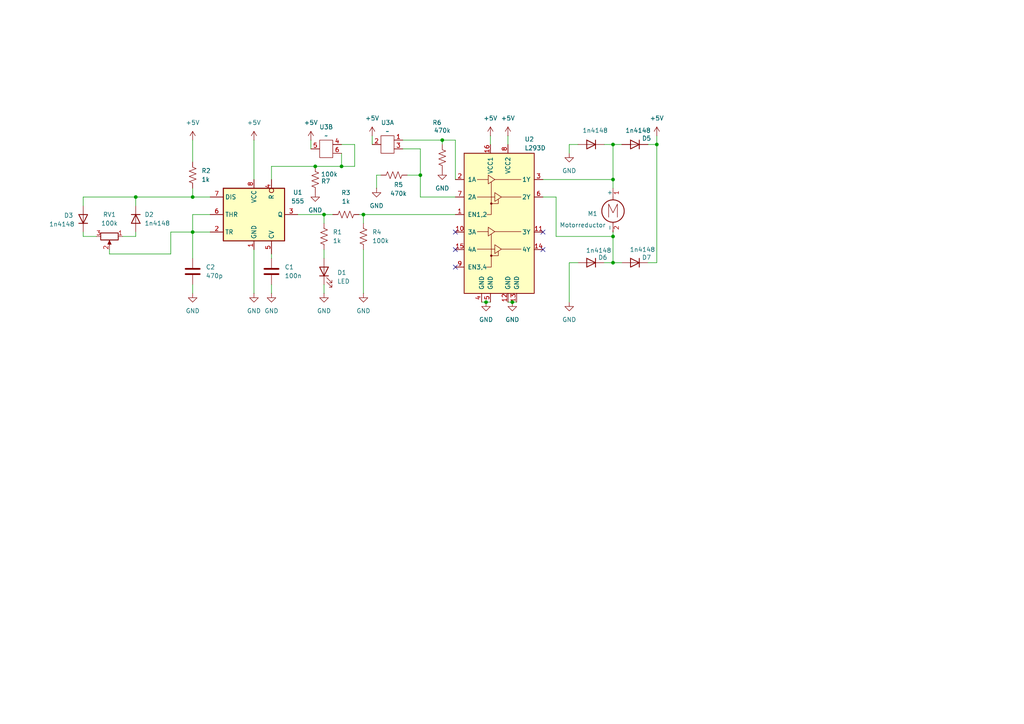
<source format=kicad_sch>
(kicad_sch (version 20250114) (generator "eeschema") (generator_version "9.0")
  (paper "A4")
  (lib_symbols
    (symbol "555_ordenado:555_wellOriented"
      (property "Reference" "U" (at 0 1.27 0))
      (property "Value" "555" (at 0 -0.762 0))
      (symbol "555_wellOriented_0_0"
        (pin power_in line (at 0 10.16 270) (length 2.54) (name "VCC") (number "8"))
        (pin power_in line (at 0 -10.16 90) (length 2.54) (name "GND") (number "1"))
      )
      (symbol "555_wellOriented_0_1"
        (rectangle (start -8.89 -7.62) (end 8.89 7.62) (stroke (width 0.254)) (fill (type background)))
        (rectangle (start -8.89 -7.62) (end 8.89 7.62) (stroke (width 0.254)) (fill (type background)))
      )
      (symbol "555_wellOriented_1_1"
        (pin input line (at -12.7 5.08 0) (length 3.81) (name "DIS") (number "7"))
        (pin input line (at -12.7 0 0) (length 3.81) (name "THR") (number "6"))
        (pin input line (at -12.7 -5.08 0) (length 3.81) (name "TR") (number "2"))
        (pin input inverted (at 5.08 10.16 270) (length 3.81) (name "R") (number "4"))
        (pin input line (at 5.08 -11.43 90) (length 3.81) (name "CV") (number "5"))
        (pin output line (at 12.7 0 180) (length 3.81) (name "Q") (number "3"))
      )
    )
    (symbol "6pdt-library:SW-onoffon-6p"
      (property "Reference" "U" (at 0 0 0))
      (symbol "SW-onoffon-6p_0_1"
        (rectangle (start -1.27 1.27) (end 2.54 -3.81))
      )
      (symbol "SW-onoffon-6p_1_1"
        (pin input line (at -3.81 -1.27 0) (length 2.54) (name "") (number "2"))
        (pin input line (at 5.08 0 180) (length 2.54) (name "") (number "1"))
        (pin input line (at 5.08 -2.54 180) (length 2.54) (name "") (number "3"))
      )
      (symbol "SW-onoffon-6p_2_1"
        (pin input line (at -3.81 -1.27 0) (length 2.54) (name "") (number "5"))
        (pin input line (at 5.08 0 180) (length 2.54) (name "") (number "4"))
        (pin input line (at 5.08 -2.54 180) (length 2.54) (name "") (number "6"))
      )
    )
    (symbol "Device:C" (pin_numbers (hide yes)) (pin_names (offset 0.254))
      (property "Reference" "C" (at 0.635 2.54 0))
      (property "Value" "C" (at 0.635 -2.54 0))
      (symbol "C_0_1"
        (polyline (pts (xy -2.032 0.762) (xy 2.032 0.762)) (stroke (width 0.508)))
        (polyline (pts (xy -2.032 -0.762) (xy 2.032 -0.762)) (stroke (width 0.508)))
      )
      (symbol "C_1_1"
        (pin passive line (at 0 3.81 270) (length 2.794) (name "~") (number "1"))
        (pin passive line (at 0 -3.81 90) (length 2.794) (name "~") (number "2"))
      )
    )
    (symbol "Device:LED" (pin_numbers (hide yes)) (pin_names (offset 1.016) (hide yes))
      (property "Reference" "D" (at 0 2.54 0))
      (property "Value" "LED" (at 0 -2.54 0))
      (symbol "LED_0_1"
        (polyline (pts (xy -3.048 -0.762) (xy -4.572 -2.286) (xy -3.81 -2.286) (xy -4.572 -2.286) (xy -4.572 -1.524)))
        (polyline (pts (xy -1.778 -0.762) (xy -3.302 -2.286) (xy -2.54 -2.286) (xy -3.302 -2.286) (xy -3.302 -1.524)))
        (polyline (pts (xy -1.27 0) (xy 1.27 0)))
        (polyline (pts (xy -1.27 -1.27) (xy -1.27 1.27)) (stroke (width 0.254)))
        (polyline (pts (xy 1.27 -1.27) (xy 1.27 1.27) (xy -1.27 0) (xy 1.27 -1.27)) (stroke (width 0.254)))
      )
      (symbol "LED_1_1"
        (pin passive line (at -3.81 0 0) (length 2.54) (name "K") (number "1"))
        (pin passive line (at 3.81 0 180) (length 2.54) (name "A") (number "2"))
      )
    )
    (symbol "Device:R_Potentiometer" (pin_names (offset 1.016) (hide yes))
      (property "Reference" "RV" (at -4.445 0 90))
      (property "Value" "R_Potentiometer" (at -2.54 0 90))
      (symbol "R_Potentiometer_0_1"
        (rectangle (start 1.016 2.54) (end -1.016 -2.54) (stroke (width 0.254)))
        (polyline (pts (xy 1.143 0) (xy 2.286 0.508) (xy 2.286 -0.508) (xy 1.143 0)) (fill (type outline)))
        (polyline (pts (xy 2.54 0) (xy 1.524 0)))
      )
      (symbol "R_Potentiometer_1_1"
        (pin passive line (at 0 3.81 270) (length 1.27) (name "1") (number "1"))
        (pin passive line (at 0 -3.81 90) (length 1.27) (name "3") (number "3"))
        (pin passive line (at 3.81 0 180) (length 1.27) (name "2") (number "2"))
      )
    )
    (symbol "Device:R_US" (pin_numbers (hide yes)) (pin_names (offset 0))
      (property "Reference" "R" (at 2.54 0 90))
      (property "Value" "R_US" (at -2.54 0 90))
      (symbol "R_US_0_1"
        (polyline (pts (xy 0 2.286) (xy 0 2.54)))
        (polyline (pts (xy 0 2.286) (xy 1.016 1.905) (xy 0 1.524) (xy -1.016 1.143) (xy 0 0.762)))
        (polyline (pts (xy 0 0.762) (xy 1.016 0.381) (xy 0 0) (xy -1.016 -0.381) (xy 0 -0.762)))
        (polyline (pts (xy 0 -0.762) (xy 1.016 -1.143) (xy 0 -1.524) (xy -1.016 -1.905) (xy 0 -2.286)))
        (polyline (pts (xy 0 -2.286) (xy 0 -2.54)))
      )
      (symbol "R_US_1_1"
        (pin passive line (at 0 3.81 270) (length 1.27) (name "~") (number "1"))
        (pin passive line (at 0 -3.81 90) (length 1.27) (name "~") (number "2"))
      )
    )
    (symbol "Diode:1N4148WT" (pin_numbers (hide yes)) (pin_names (hide yes))
      (property "Reference" "D" (at 0 2.54 0))
      (property "Value" "1N4148WT" (at 0 -2.54 0))
      (symbol "1N4148WT_0_1"
        (polyline (pts (xy -1.27 1.27) (xy -1.27 -1.27)) (stroke (width 0.254)))
        (polyline (pts (xy 1.27 1.27) (xy 1.27 -1.27) (xy -1.27 0) (xy 1.27 1.27)) (stroke (width 0.254)))
        (polyline (pts (xy 1.27 0) (xy -1.27 0)))
      )
      (symbol "1N4148WT_1_1"
        (pin passive line (at -3.81 0 0) (length 2.54) (name "K") (number "1"))
        (pin passive line (at 3.81 0 180) (length 2.54) (name "A") (number "2"))
      )
    )
    (symbol "Driver_Motor:L293D" (pin_names (offset 1.016))
      (property "Reference" "U" (at -5.08 26.035 0))
      (property "Value" "L293D" (at -5.08 24.13 0))
      (symbol "L293D_0_1"
        (rectangle (start -10.16 22.86) (end 10.16 -17.78) (stroke (width 0.254)) (fill (type background)))
        (polyline (pts (xy -6.35 15.24) (xy -3.175 15.24)))
        (polyline (pts (xy -6.35 10.16) (xy -1.27 10.16)))
        (polyline (pts (xy -6.35 0.127) (xy -3.175 0.127)))
        (polyline (pts (xy -6.35 -4.953) (xy -1.27 -4.953)))
        (polyline (pts (xy -3.175 16.51) (xy -3.175 13.97) (xy -1.27 15.24) (xy -3.175 16.51)))
        (polyline (pts (xy -3.175 1.397) (xy -3.175 -1.143) (xy -1.27 0.127) (xy -3.175 1.397)))
        (polyline (pts (xy -2.286 14.478) (xy -2.286 5.08) (xy -3.556 5.08)))
        (circle (center -2.286 8.255) (radius 0.254) (fill (type outline)))
        (polyline (pts (xy -2.286 8.255) (xy -0.254 8.255) (xy -0.254 9.525)))
        (polyline (pts (xy -2.286 -0.635) (xy -2.286 -10.16) (xy -3.556 -10.16)))
        (circle (center -2.286 -6.858) (radius 0.254) (fill (type outline)))
        (polyline (pts (xy -2.286 -6.858) (xy -0.254 -6.858) (xy -0.254 -5.588)))
        (polyline (pts (xy -1.27 15.24) (xy 6.35 15.24)))
        (polyline (pts (xy -1.27 11.43) (xy -1.27 8.89) (xy 0.635 10.16) (xy -1.27 11.43)))
        (polyline (pts (xy -1.27 0.127) (xy 6.35 0.127)))
        (polyline (pts (xy -1.27 -3.683) (xy -1.27 -6.223) (xy 0.635 -4.953) (xy -1.27 -3.683)))
        (polyline (pts (xy 0.635 10.16) (xy 6.35 10.16)))
        (polyline (pts (xy 0.635 -4.953) (xy 6.35 -4.953)))
      )
      (symbol "L293D_1_1"
        (pin input line (at -12.7 15.24 0) (length 2.54) (name "1A") (number "2"))
        (pin input line (at -12.7 10.16 0) (length 2.54) (name "2A") (number "7"))
        (pin input line (at -12.7 5.08 0) (length 2.54) (name "EN1,2") (number "1"))
        (pin input line (at -12.7 0 0) (length 2.54) (name "3A") (number "10"))
        (pin input line (at -12.7 -5.08 0) (length 2.54) (name "4A") (number "15"))
        (pin input line (at -12.7 -10.16 0) (length 2.54) (name "EN3,4") (number "9"))
        (pin power_in line (at -5.08 -20.32 90) (length 2.54) (name "GND") (number "4"))
        (pin power_in line (at -2.54 25.4 270) (length 2.54) (name "VCC1") (number "16"))
        (pin power_in line (at -2.54 -20.32 90) (length 2.54) (name "GND") (number "5"))
        (pin power_in line (at 2.54 25.4 270) (length 2.54) (name "VCC2") (number "8"))
        (pin power_in line (at 2.54 -20.32 90) (length 2.54) (name "GND") (number "12"))
        (pin power_in line (at 5.08 -20.32 90) (length 2.54) (name "GND") (number "13"))
        (pin output line (at 12.7 15.24 180) (length 2.54) (name "1Y") (number "3"))
        (pin output line (at 12.7 10.16 180) (length 2.54) (name "2Y") (number "6"))
        (pin output line (at 12.7 0 180) (length 2.54) (name "3Y") (number "11"))
        (pin output line (at 12.7 -5.08 180) (length 2.54) (name "4Y") (number "14"))
      )
    )
    (symbol "Motor:Motor_DC" (pin_names (offset 0))
      (property "Reference" "M" (at 2.54 2.54 0))
      (property "Value" "Motor_DC" (at 2.54 -5.08 0))
      (symbol "Motor_DC_0_0"
        (polyline (pts (xy -1.27 -3.302) (xy -1.27 0.508) (xy 0 -2.032) (xy 1.27 0.508) (xy 1.27 -3.302)))
      )
      (symbol "Motor_DC_0_1"
        (polyline (pts (xy 0 2.032) (xy 0 2.54)))
        (polyline (pts (xy 0 1.7272) (xy 0 2.0828)))
        (circle (center 0 -1.524) (radius 3.2512) (stroke (width 0.254)))
        (polyline (pts (xy 0 -4.7752) (xy 0 -5.1816)))
        (polyline (pts (xy 0 -7.62) (xy 0 -7.112)))
      )
      (symbol "Motor_DC_1_1"
        (pin passive line (at 0 5.08 270) (length 2.54) (name "+") (number "1"))
        (pin passive line (at 0 -7.62 90) (length 2.54) (name "-") (number "2"))
      )
    )
    (symbol "power:+5V" (power) (pin_numbers (hide yes)) (pin_names (offset 0) (hide yes))
      (property "Value" "+5V" (at 0 3.556 0))
      (symbol "+5V_0_1"
        (polyline (pts (xy -0.762 1.27) (xy 0 2.54)))
        (polyline (pts (xy 0 2.54) (xy 0.762 1.27)))
        (polyline (pts (xy 0 0) (xy 0 2.54)))
      )
      (symbol "+5V_1_1"
        (pin power_in line (at 0 0 90) (length 0) (name "~") (number "1"))
      )
    )
    (symbol "power:GND" (power) (pin_numbers (hide yes)) (pin_names (offset 0) (hide yes))
      (property "Value" "GND" (at 0 -3.81 0))
      (symbol "GND_0_1"
        (polyline (pts (xy 0 0) (xy 0 -1.27) (xy 1.27 -1.27) (xy 0 -2.54) (xy -1.27 -1.27) (xy 0 -1.27)))
      )
      (symbol "GND_1_1"
        (pin power_in line (at 0 0 270) (length 0) (name "~") (number "1"))
      )
    )
  )
  (junction (at 105.41 62.23))
  (junction (at 148.59 87.63))
  (junction (at 177.8 76.2))
  (junction (at 128.27 40.64))
  (junction (at 55.88 57.15))
  (junction (at 177.8 68.58))
  (junction (at 93.98 62.23))
  (junction (at 177.8 52.07))
  (junction (at 39.37 57.15))
  (junction (at 99.06 48.26))
  (junction (at 55.88 67.31))
  (junction (at 190.5 41.91))
  (junction (at 91.44 48.26))
  (junction (at 121.92 50.8))
  (junction (at 140.97 87.63))
  (junction (at 177.8 41.91))
  (no_connect (at 157.48 72.39))
  (no_connect (at 157.48 67.31))
  (no_connect (at 132.08 67.31))
  (no_connect (at 132.08 72.39))
  (no_connect (at 132.08 77.47))
  (wire (pts (xy 102.87 41.91) (xy 102.87 48.26)))
  (wire (pts (xy 60.96 62.23) (xy 55.88 62.23)))
  (wire (pts (xy 107.95 39.37) (xy 107.95 41.91)))
  (wire (pts (xy 78.74 82.55) (xy 78.74 85.09)))
  (wire (pts (xy 31.75 73.66) (xy 31.75 72.39)))
  (wire (pts (xy 39.37 68.58) (xy 35.56 68.58)))
  (wire (pts (xy 105.41 64.77) (xy 105.41 62.23)))
  (wire (pts (xy 24.13 68.58) (xy 24.13 67.31)))
  (wire (pts (xy 147.32 87.63) (xy 148.59 87.63)))
  (wire (pts (xy 109.22 54.61) (xy 109.22 50.8)))
  (wire (pts (xy 86.36 62.23) (xy 93.98 62.23)))
  (wire (pts (xy 73.66 72.39) (xy 73.66 85.09)))
  (wire (pts (xy 24.13 57.15) (xy 24.13 59.69)))
  (wire (pts (xy 102.87 48.26) (xy 99.06 48.26)))
  (wire (pts (xy 161.29 57.15) (xy 161.29 68.58)))
  (wire (pts (xy 39.37 57.15) (xy 39.37 59.69)))
  (wire (pts (xy 157.48 52.07) (xy 177.8 52.07)))
  (wire (pts (xy 39.37 67.31) (xy 39.37 68.58)))
  (wire (pts (xy 180.34 76.2) (xy 177.8 76.2)))
  (wire (pts (xy 128.27 40.64) (xy 116.84 40.64)))
  (wire (pts (xy 60.96 57.15) (xy 55.88 57.15)))
  (wire (pts (xy 99.06 48.26) (xy 91.44 48.26)))
  (wire (pts (xy 99.06 41.91) (xy 102.87 41.91)))
  (wire (pts (xy 93.98 82.55) (xy 93.98 85.09)))
  (wire (pts (xy 93.98 64.77) (xy 93.98 62.23)))
  (wire (pts (xy 128.27 40.64) (xy 128.27 41.91)))
  (wire (pts (xy 187.96 41.91) (xy 190.5 41.91)))
  (wire (pts (xy 142.24 39.37) (xy 142.24 41.91)))
  (wire (pts (xy 55.88 54.61) (xy 55.88 57.15)))
  (wire (pts (xy 55.88 67.31) (xy 49.53 67.31)))
  (wire (pts (xy 177.8 52.07) (xy 177.8 54.61)))
  (wire (pts (xy 78.74 74.93) (xy 78.74 73.66)))
  (wire (pts (xy 49.53 73.66) (xy 31.75 73.66)))
  (wire (pts (xy 165.1 41.91) (xy 165.1 44.45)))
  (wire (pts (xy 177.8 41.91) (xy 177.8 52.07)))
  (wire (pts (xy 175.26 41.91) (xy 177.8 41.91)))
  (wire (pts (xy 177.8 41.91) (xy 180.34 41.91)))
  (wire (pts (xy 93.98 62.23) (xy 96.52 62.23)))
  (wire (pts (xy 190.5 41.91) (xy 190.5 76.2)))
  (wire (pts (xy 78.74 52.07) (xy 78.74 48.26)))
  (wire (pts (xy 165.1 76.2) (xy 167.64 76.2)))
  (wire (pts (xy 175.26 76.2) (xy 177.8 76.2)))
  (wire (pts (xy 187.96 76.2) (xy 190.5 76.2)))
  (wire (pts (xy 39.37 57.15) (xy 55.88 57.15)))
  (wire (pts (xy 190.5 39.37) (xy 190.5 41.91)))
  (wire (pts (xy 121.92 43.18) (xy 116.84 43.18)))
  (wire (pts (xy 118.11 50.8) (xy 121.92 50.8)))
  (wire (pts (xy 140.97 87.63) (xy 142.24 87.63)))
  (wire (pts (xy 55.88 40.64) (xy 55.88 46.99)))
  (wire (pts (xy 132.08 52.07) (xy 132.08 40.64)))
  (wire (pts (xy 109.22 50.8) (xy 110.49 50.8)))
  (wire (pts (xy 90.17 40.64) (xy 90.17 43.18)))
  (wire (pts (xy 121.92 43.18) (xy 121.92 50.8)))
  (wire (pts (xy 49.53 67.31) (xy 49.53 73.66)))
  (wire (pts (xy 177.8 68.58) (xy 177.8 76.2)))
  (wire (pts (xy 140.97 87.63) (xy 139.7 87.63)))
  (wire (pts (xy 73.66 40.64) (xy 73.66 52.07)))
  (wire (pts (xy 121.92 57.15) (xy 132.08 57.15)))
  (wire (pts (xy 55.88 74.93) (xy 55.88 67.31)))
  (wire (pts (xy 55.88 67.31) (xy 60.96 67.31)))
  (wire (pts (xy 177.8 67.31) (xy 177.8 68.58)))
  (wire (pts (xy 148.59 87.63) (xy 149.86 87.63)))
  (wire (pts (xy 104.14 62.23) (xy 105.41 62.23)))
  (wire (pts (xy 105.41 62.23) (xy 132.08 62.23)))
  (wire (pts (xy 167.64 41.91) (xy 165.1 41.91)))
  (wire (pts (xy 27.94 68.58) (xy 24.13 68.58)))
  (wire (pts (xy 91.44 48.26) (xy 78.74 48.26)))
  (wire (pts (xy 165.1 87.63) (xy 165.1 76.2)))
  (wire (pts (xy 99.06 44.45) (xy 99.06 48.26)))
  (wire (pts (xy 121.92 50.8) (xy 121.92 57.15)))
  (wire (pts (xy 132.08 40.64) (xy 128.27 40.64)))
  (wire (pts (xy 157.48 57.15) (xy 161.29 57.15)))
  (wire (pts (xy 93.98 74.93) (xy 93.98 72.39)))
  (wire (pts (xy 105.41 72.39) (xy 105.41 85.09)))
  (wire (pts (xy 161.29 68.58) (xy 177.8 68.58)))
  (wire (pts (xy 55.88 82.55) (xy 55.88 85.09)))
  (wire (pts (xy 55.88 62.23) (xy 55.88 67.31)))
  (wire (pts (xy 24.13 57.15) (xy 39.37 57.15)))
  (wire (pts (xy 147.32 39.37) (xy 147.32 41.91)))
  (symbol (lib_id "power:+5V") (at 73.66 40.64 0) (unit 1)
    (property "Reference" "#PWR05" (effects (hide yes)))
    (property "Value" "+5V" (at 73.66 35.56 0))
    (property "Description" "Power symbol creates a global label with name \"+5V\"" (effects (hide yes)))
  )
  (symbol (lib_id "Device:R_US") (at 93.98 68.58 0) (unit 1)
    (property "Reference" "R1" (at 96.52 67.3099 0) (effects (justify left)))
    (property "Value" "1k" (at 96.52 69.8499 0) (effects (justify left)))
    (property "Description" "Resistor, US symbol" (effects (hide yes)))
  )
  (symbol (lib_id "power:+5V") (at 90.17 40.64 0) (unit 1)
    (property "Reference" "#PWR016" (effects (hide yes)))
    (property "Value" "+5V" (at 90.17 35.56 0))
    (property "Description" "Power symbol creates a global label with name \"+5V\"" (effects (hide yes)))
  )
  (symbol (lib_id "power:+5V") (at 107.95 39.37 0) (unit 1)
    (property "Reference" "#PWR014" (effects (hide yes)))
    (property "Value" "+5V" (at 107.95 34.29 0))
    (property "Description" "Power symbol creates a global label with name \"+5V\"" (effects (hide yes)))
  )
  (symbol (lib_id "Diode:1N4148WT") (at 184.15 76.2 0) (mirror y) (unit 1)
    (property "Reference" "D7" (at 186.182 74.676 0) (effects (justify right)))
    (property "Value" "1n4148" (at 182.626 72.39 0) (effects (justify right)))
    (property "Footprint" "Diode_SMD:D_SOD-523" (effects (hide yes)))
    (property "Datasheet" "https://www.diodes.com/assets/Datasheets/ds30396.pdf" (effects (hide yes)))
    (property "Description" "75V 0.15A Fast switching Diode, SOD-523" (effects (hide yes)))
    (property "Sim.Device" "D" (effects (hide yes)))
    (property "Sim.Pins" "1=K 2=A" (effects (hide yes)))
  )
  (symbol (lib_id "power:GND") (at 78.74 85.09 0) (unit 1)
    (property "Reference" "#PWR04" (effects (hide yes)))
    (property "Value" "GND" (at 78.74 90.17 0))
    (property "Description" "Power symbol creates a global label with name \"GND\" , ground" (effects (hide yes)))
  )
  (symbol (lib_id "Device:C") (at 55.88 78.74 0) (unit 1)
    (property "Reference" "C2" (at 59.69 77.4699 0) (effects (justify left)))
    (property "Value" "470p" (at 59.69 80.0099 0) (effects (justify left)))
    (property "Description" "Unpolarized capacitor" (effects (hide yes)))
  )
  (symbol (lib_id "Driver_Motor:L293D") (at 144.78 67.31 0) (unit 1)
    (property "Reference" "U2" (at 152.146 40.386 0) (effects (justify left)))
    (property "Value" "L293D" (at 152.146 42.926 0) (effects (justify left)))
    (property "Footprint" "Package_DIP:DIP-16_W7.62mm" (effects (hide yes)))
    (property "Datasheet" "http://www.ti.com/lit/ds/symlink/l293.pdf" (effects (hide yes)))
    (property "Description" "Quadruple Half-H Drivers" (effects (hide yes)))
  )
  (symbol (lib_id "power:GND") (at 165.1 87.63 0) (unit 1)
    (property "Reference" "#PWR010" (effects (hide yes)))
    (property "Value" "GND" (at 165.1 92.71 0))
    (property "Description" "Power symbol creates a global label with name \"GND\" , ground" (effects (hide yes)))
  )
  (symbol (lib_id "6pdt-library:SW-onoffon-6p") (at 111.76 40.64 0) (unit 1)
    (property "Reference" "U3" (at 112.395 35.56 0))
    (property "Value" "~" (at 112.395 38.1 0))
  )
  (symbol (lib_id "Device:LED") (at 93.98 78.74 90) (unit 1)
    (property "Reference" "D1" (at 97.79 79.0574 90) (effects (justify right)))
    (property "Value" "LED" (at 97.79 81.5974 90) (effects (justify right)))
    (property "Description" "Light emitting diode" (effects (hide yes)))
    (property "Sim.Pins" "1=K 2=A" (effects (hide yes)))
  )
  (symbol (lib_id "power:GND") (at 93.98 85.09 0) (unit 1)
    (property "Reference" "#PWR01" (effects (hide yes)))
    (property "Value" "GND" (at 93.98 90.17 0))
    (property "Description" "Power symbol creates a global label with name \"GND\" , ground" (effects (hide yes)))
  )
  (symbol (lib_id "power:GND") (at 165.1 44.45 0) (unit 1)
    (property "Reference" "#PWR017" (effects (hide yes)))
    (property "Value" "GND" (at 165.1 49.53 0))
    (property "Description" "Power symbol creates a global label with name \"GND\" , ground" (effects (hide yes)))
  )
  (symbol (lib_id "Device:C") (at 78.74 78.74 0) (unit 1)
    (property "Reference" "C1" (at 82.55 77.4699 0) (effects (justify left)))
    (property "Value" "100n" (at 82.55 80.0099 0) (effects (justify left)))
    (property "Description" "Unpolarized capacitor" (effects (hide yes)))
  )
  (symbol (lib_id "Diode:1N4148WT") (at 171.45 76.2 0) (mirror y) (unit 1)
    (property "Reference" "D6" (at 173.482 74.676 0) (effects (justify right)))
    (property "Value" "1n4148" (at 169.926 72.644 0) (effects (justify right)))
    (property "Footprint" "Diode_SMD:D_SOD-523" (effects (hide yes)))
    (property "Datasheet" "https://www.diodes.com/assets/Datasheets/ds30396.pdf" (effects (hide yes)))
    (property "Description" "75V 0.15A Fast switching Diode, SOD-523" (effects (hide yes)))
    (property "Sim.Device" "D" (effects (hide yes)))
    (property "Sim.Pins" "1=K 2=A" (effects (hide yes)))
  )
  (symbol (lib_id "Device:R_US") (at 105.41 68.58 0) (unit 1)
    (property "Reference" "R4" (at 107.95 67.3099 0) (effects (justify left)))
    (property "Value" "100k" (at 107.95 69.8499 0) (effects (justify left)))
    (property "Description" "Resistor, US symbol" (effects (hide yes)))
  )
  (symbol (lib_id "power:GND") (at 105.41 85.09 0) (unit 1)
    (property "Reference" "#PWR08" (effects (hide yes)))
    (property "Value" "GND" (at 105.41 90.17 0))
    (property "Description" "Power symbol creates a global label with name \"GND\" , ground" (effects (hide yes)))
  )
  (symbol (lib_id "Device:R_US") (at 55.88 50.8 0) (unit 1)
    (property "Reference" "R2" (at 58.42 49.5299 0) (effects (justify left)))
    (property "Value" "1k" (at 58.42 52.0699 0) (effects (justify left)))
    (property "Description" "Resistor, US symbol" (effects (hide yes)))
  )
  (symbol (lib_id "Diode:1N4148WT") (at 171.45 41.91 0) (mirror y) (unit 1)
    (property "Reference" "D4" (effects (hide yes)))
    (property "Value" "1n4148" (at 168.91 37.846 0) (effects (justify right)))
    (property "Footprint" "Diode_SMD:D_SOD-523" (effects (hide yes)))
    (property "Datasheet" "https://www.diodes.com/assets/Datasheets/ds30396.pdf" (effects (hide yes)))
    (property "Description" "75V 0.15A Fast switching Diode, SOD-523" (effects (hide yes)))
    (property "Sim.Device" "D" (effects (hide yes)))
    (property "Sim.Pins" "1=K 2=A" (effects (hide yes)))
  )
  (symbol (lib_id "power:GND") (at 140.97 87.63 0) (unit 1)
    (property "Reference" "#PWR019" (effects (hide yes)))
    (property "Value" "GND" (at 140.97 92.71 0))
    (property "Description" "Power symbol creates a global label with name \"GND\" , ground" (effects (hide yes)))
  )
  (symbol (lib_id "power:GND") (at 109.22 54.61 0) (unit 1)
    (property "Reference" "#PWR015" (effects (hide yes)))
    (property "Value" "GND" (at 109.22 59.69 0))
    (property "Description" "Power symbol creates a global label with name \"GND\" , ground" (effects (hide yes)))
  )
  (symbol (lib_id "Device:R_Potentiometer") (at 31.75 68.58 270) (unit 1)
    (property "Reference" "RV1" (at 31.75 62.23 90))
    (property "Value" "100k" (at 31.75 64.77 90))
    (property "Description" "Potentiometer" (effects (hide yes)))
  )
  (symbol (lib_id "power:GND") (at 73.66 85.09 0) (unit 1)
    (property "Reference" "#PWR03" (effects (hide yes)))
    (property "Value" "GND" (at 73.66 90.17 0))
    (property "Description" "Power symbol creates a global label with name \"GND\" , ground" (effects (hide yes)))
  )
  (symbol (lib_id "power:GND") (at 91.44 55.88 0) (unit 1)
    (property "Reference" "#PWR018" (effects (hide yes)))
    (property "Value" "GND" (at 91.44 60.96 0))
    (property "Description" "Power symbol creates a global label with name \"GND\" , ground" (effects (hide yes)))
  )
  (symbol (lib_id "Device:R_US") (at 100.33 62.23 90) (unit 1)
    (property "Reference" "R3" (at 100.33 55.88 90))
    (property "Value" "1k" (at 100.33 58.42 90))
    (property "Description" "Resistor, US symbol" (effects (hide yes)))
  )
  (symbol (lib_id "power:GND") (at 148.59 87.63 0) (unit 1)
    (property "Reference" "#PWR020" (effects (hide yes)))
    (property "Value" "GND" (at 148.59 92.71 0))
    (property "Description" "Power symbol creates a global label with name \"GND\" , ground" (effects (hide yes)))
  )
  (symbol (lib_id "Device:R_US") (at 128.27 45.72 180) (unit 1)
    (property "Reference" "R6" (at 126.746 35.56 0))
    (property "Value" "470k" (at 128.27 37.846 0))
    (property "Description" "Resistor, US symbol" (effects (hide yes)))
  )
  (symbol (lib_id "power:GND") (at 55.88 85.09 0) (unit 1)
    (property "Reference" "#PWR07" (effects (hide yes)))
    (property "Value" "GND" (at 55.88 90.17 0))
    (property "Description" "Power symbol creates a global label with name \"GND\" , ground" (effects (hide yes)))
  )
  (symbol (lib_id "Motor:Motor_DC") (at 177.8 59.69 0) (unit 1)
    (property "Reference" "M1" (at 170.434 61.976 0) (effects (justify left)))
    (property "Value" "Motorreductor" (at 162.306 65.278 0) (effects (justify left)))
    (property "Description" "DC Motor" (effects (hide yes)))
  )
  (symbol (lib_id "6pdt-library:SW-onoffon-6p") (at 93.98 41.91 0) (unit 2)
    (property "Reference" "U3" (at 94.615 36.83 0))
    (property "Value" "~" (at 94.615 39.37 0))
  )
  (symbol (lib_id "Diode:1N4148WT") (at 24.13 63.5 90) (unit 1)
    (property "Reference" "D3" (at 18.542 62.484 90) (effects (justify right)))
    (property "Value" "1n4148" (at 14.224 65.024 90) (effects (justify right)))
    (property "Footprint" "Diode_SMD:D_SOD-523" (effects (hide yes)))
    (property "Datasheet" "https://www.diodes.com/assets/Datasheets/ds30396.pdf" (effects (hide yes)))
    (property "Description" "75V 0.15A Fast switching Diode, SOD-523" (effects (hide yes)))
    (property "Sim.Device" "D" (effects (hide yes)))
    (property "Sim.Pins" "1=K 2=A" (effects (hide yes)))
  )
  (symbol (lib_id "Diode:1N4148WT") (at 184.15 41.91 0) (mirror y) (unit 1)
    (property "Reference" "D5" (at 186.182 40.132 0) (effects (justify right)))
    (property "Value" "1n4148" (at 181.356 37.846 0) (effects (justify right)))
    (property "Footprint" "Diode_SMD:D_SOD-523" (effects (hide yes)))
    (property "Datasheet" "https://www.diodes.com/assets/Datasheets/ds30396.pdf" (effects (hide yes)))
    (property "Description" "75V 0.15A Fast switching Diode, SOD-523" (effects (hide yes)))
    (property "Sim.Device" "D" (effects (hide yes)))
    (property "Sim.Pins" "1=K 2=A" (effects (hide yes)))
  )
  (symbol (lib_id "power:+5V") (at 142.24 39.37 0) (unit 1)
    (property "Reference" "#PWR011" (effects (hide yes)))
    (property "Value" "+5V" (at 142.24 34.29 0))
    (property "Description" "Power symbol creates a global label with name \"+5V\"" (effects (hide yes)))
  )
  (symbol (lib_id "power:+5V") (at 147.32 39.37 0) (unit 1)
    (property "Reference" "#PWR012" (effects (hide yes)))
    (property "Value" "+5V" (at 147.32 34.29 0))
    (property "Description" "Power symbol creates a global label with name \"+5V\"" (effects (hide yes)))
  )
  (symbol (lib_id "Device:R_US") (at 114.3 50.8 90) (unit 1)
    (property "Reference" "R5" (at 115.57 53.594 90))
    (property "Value" "470k" (at 115.57 56.134 90))
    (property "Description" "Resistor, US symbol" (effects (hide yes)))
  )
  (symbol (lib_id "Diode:1N4148WT") (at 39.37 63.5 270) (unit 1)
    (property "Reference" "D2" (at 41.91 62.2299 90) (effects (justify left)))
    (property "Value" "1n4148" (at 41.91 64.7699 90) (effects (justify left)))
    (property "Footprint" "Diode_SMD:D_SOD-523" (effects (hide yes)))
    (property "Datasheet" "https://www.diodes.com/assets/Datasheets/ds30396.pdf" (effects (hide yes)))
    (property "Description" "75V 0.15A Fast switching Diode, SOD-523" (effects (hide yes)))
    (property "Sim.Device" "D" (effects (hide yes)))
    (property "Sim.Pins" "1=K 2=A" (effects (hide yes)))
  )
  (symbol (lib_id "555_ordenado:555_wellOriented") (at 73.66 62.23 0) (unit 1)
    (property "Reference" "U1" (at 86.36 55.8098 0))
    (property "Value" "555" (at 86.36 58.3498 0))
    (property "Footprint" "Package_DIP:DIP-8_W7.62mm_Socket_LongPads" (effects (hide yes)))
  )
  (symbol (lib_id "Device:R_US") (at 91.44 52.07 180) (unit 1)
    (property "Reference" "R7" (at 94.488 52.578 0))
    (property "Value" "100k" (at 95.504 50.546 0))
    (property "Description" "Resistor, US symbol" (effects (hide yes)))
  )
  (symbol (lib_id "power:+5V") (at 190.5 39.37 0) (unit 1)
    (property "Reference" "#PWR013" (effects (hide yes)))
    (property "Value" "+5V" (at 190.5 34.29 0))
    (property "Description" "Power symbol creates a global label with name \"+5V\"" (effects (hide yes)))
  )
  (symbol (lib_id "power:GND") (at 128.27 49.53 0) (unit 1)
    (property "Reference" "#PWR09" (effects (hide yes)))
    (property "Value" "GND" (at 128.27 54.61 0))
    (property "Description" "Power symbol creates a global label with name \"GND\" , ground" (effects (hide yes)))
  )
  (symbol (lib_id "power:+5V") (at 55.88 40.64 0) (unit 1)
    (property "Reference" "#PWR06" (effects (hide yes)))
    (property "Value" "+5V" (at 55.88 35.56 0))
    (property "Description" "Power symbol creates a global label with name \"+5V\"" (effects (hide yes)))
  )
)
</source>
